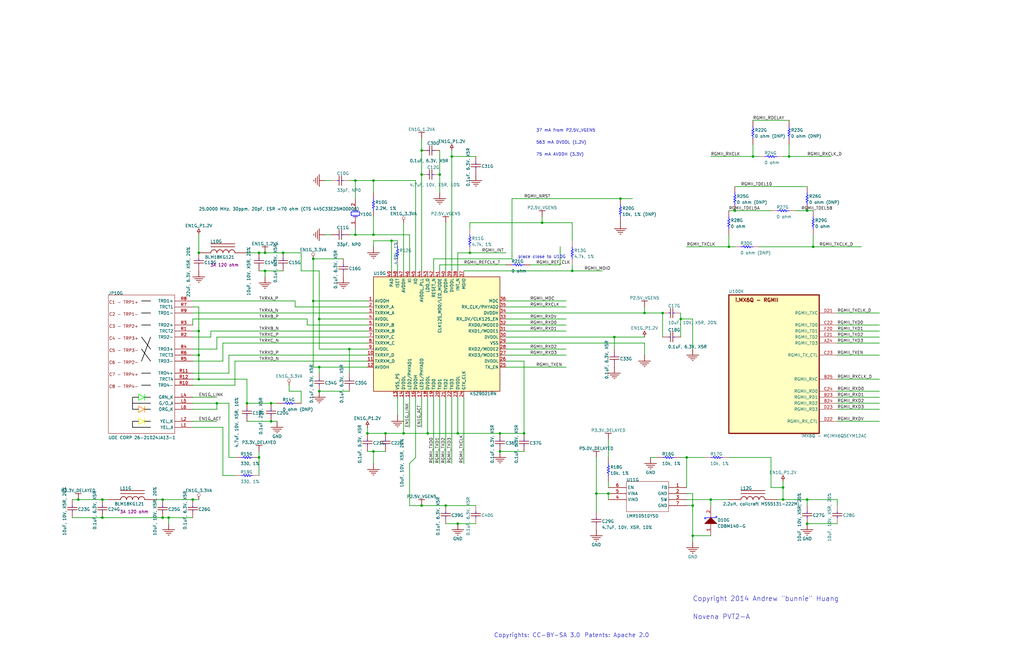
<source format=kicad_sch>
(kicad_sch (version 20230121) (generator eeschema)
  (paper "B")
  (junction (at 83.82 149.86))
  (junction (at 81.28 210.82))
  (junction (at 317.5 66.04))
  (junction (at 292.1 213.36))
  (junction (at 289.56 193.04))
  (junction (at 342.9 104.14))
  (junction (at 157.48 190.5))
  (junction (at 68.58 218.44))
  (junction (at 190.5 66.04))
  (junction (at 114.3 177.8))
  (junction (at 104.14 170.18))
  (junction (at 177.8 213.36))
  (junction (at 259.08 142.24))
  (junction (at 154.94 182.88))
  (junction (at 332.74 66.04))
  (junction (at 340.36 210.82))
  (junction (at 330.2 210.82))
  (junction (at 292.1 226.06))
  (junction (at 180.34 182.88))
  (junction (at 134.62 154.94))
  (junction (at 91.44 170.18))
  (junction (at 187.96 213.36))
  (junction (at 287.02 134.62))
  (junction (at 261.62 83.82))
  (junction (at 299.72 210.82))
  (junction (at 134.62 134.62))
  (junction (at 71.12 218.44))
  (junction (at 340.36 220.98))
  (junction (at 251.46 208.28))
  (junction (at 307.34 104.14))
  (junction (at 165.1 101.6))
  (junction (at 228.6 93.98))
  (junction (at 330.2 205.74))
  (junction (at 309.88 88.9))
  (junction (at 149.86 99.06))
  (junction (at 119.38 106.68))
  (junction (at 111.76 114.3))
  (junction (at 68.58 210.82))
  (junction (at 109.22 106.68))
  (junction (at 177.8 73.66))
  (junction (at 198.12 106.68))
  (junction (at 134.62 165.1))
  (junction (at 114.3 170.18))
  (junction (at 170.18 182.88))
  (junction (at 111.76 106.68))
  (junction (at 33.02 210.82))
  (junction (at 210.82 190.5))
  (junction (at 147.32 147.32))
  (junction (at 193.04 220.98))
  (junction (at 83.82 160.02))
  (junction (at 177.8 63.5))
  (junction (at 193.04 182.88))
  (junction (at 220.98 182.88))
  (junction (at 340.36 88.9))
  (junction (at 132.08 127))
  (junction (at 241.3 114.3))
  (junction (at 157.48 99.06))
  (junction (at 256.54 208.28))
  (junction (at 162.56 182.88))
  (junction (at 185.42 73.66))
  (junction (at 210.82 182.88))
  (junction (at 43.18 210.82))
  (junction (at 132.08 109.22))
  (junction (at 279.4 132.08))
  (junction (at 83.82 139.7))
  (junction (at 43.18 218.44))
  (junction (at 157.48 76.2))
  (junction (at 149.86 76.2))
  (junction (at 83.82 106.68))
  (junction (at 271.78 132.08))
  (junction (at 109.22 193.04))
  (wire (pts (xy 154.94 190.5) (xy 157.48 190.5)) (stroke (width 0.254)))
  (wire (pts (xy 213.36 144.78) (xy 271.78 144.78)) (stroke (width 0.254)))
  (wire (pts (xy 228.6 93.98) (xy 228.6 91.44)) (stroke (width 0.254)))
  (wire (pts (xy 287.02 134.62) (xy 292.1 134.62)) (stroke (width 0.254)))
  (wire (pts (xy 127 165.1) (xy 127 170.18)) (stroke (width 0.254)))
  (wire (pts (xy 147.32 157.48) (xy 147.32 147.32)) (stroke (width 0.254)))
  (wire (pts (xy 147.32 99.06) (xy 149.86 99.06)) (stroke (width 0.254)))
  (wire (pts (xy 83.82 139.7) (xy 83.82 149.86)) (stroke (width 0.254)))
  (wire (pts (xy 111.76 106.68) (xy 109.22 106.68)) (stroke (width 0.254)))
  (wire (pts (xy 220.98 182.88) (xy 220.98 152.4)) (stroke (width 0.254)))
  (wire (pts (xy 185.42 73.66) (xy 185.42 63.5)) (stroke (width 0.254)))
  (wire (pts (xy 292.1 213.36) (xy 292.1 208.28)) (stroke (width 0.254)))
  (wire (pts (xy 134.62 154.94) (xy 132.08 154.94)) (stroke (width 0.254)))
  (wire (pts (xy 81.28 167.64) (xy 91.44 167.64)) (stroke (width 0.254)))
  (wire (pts (xy 124.46 127) (xy 124.46 129.54)) (stroke (width 0.254)))
  (wire (pts (xy 370.84 177.8) (xy 353.06 177.8)) (stroke (width 0.254)))
  (wire (pts (xy 81.28 134.62) (xy 129.54 134.62)) (stroke (width 0.254)))
  (wire (pts (xy 121.92 162.56) (xy 121.92 165.1)) (stroke (width 0.254)))
  (wire (pts (xy 91.44 170.18) (xy 96.52 170.18)) (stroke (width 0.254)))
  (wire (pts (xy 259.08 142.24) (xy 271.78 142.24)) (stroke (width 0.254)))
  (wire (pts (xy 93.98 200.66) (xy 99.06 200.66)) (stroke (width 0.254)))
  (wire (pts (xy 83.82 99.06) (xy 83.82 106.68)) (stroke (width 0.254)))
  (wire (pts (xy 215.9 109.22) (xy 215.9 83.82)) (stroke (width 0.254)))
  (wire (pts (xy 66.04 210.82) (xy 68.58 210.82)) (stroke (width 0.254)))
  (wire (pts (xy 129.54 137.16) (xy 154.94 137.16)) (stroke (width 0.254)))
  (wire (pts (xy 157.48 101.6) (xy 165.1 101.6)) (stroke (width 0.254)))
  (wire (pts (xy 289.56 193.04) (xy 297.18 193.04)) (stroke (width 0.254)))
  (wire (pts (xy 251.46 208.28) (xy 251.46 215.9)) (stroke (width 0.254)))
  (wire (pts (xy 134.62 147.32) (xy 134.62 134.62)) (stroke (width 0.254)))
  (wire (pts (xy 182.88 114.3) (xy 182.88 109.22)) (stroke (width 0.254)))
  (wire (pts (xy 213.36 142.24) (xy 259.08 142.24)) (stroke (width 0.254)))
  (wire (pts (xy 154.94 127) (xy 132.08 127)) (stroke (width 0.254)))
  (wire (pts (xy 330.2 210.82) (xy 327.66 210.82)) (stroke (width 0.254)))
  (wire (pts (xy 157.48 190.5) (xy 162.56 190.5)) (stroke (width 0.254)))
  (wire (pts (xy 81.28 170.18) (xy 91.44 170.18)) (stroke (width 0.254)))
  (wire (pts (xy 307.34 193.04) (xy 325.12 193.04)) (stroke (width 0.254)))
  (wire (pts (xy 292.1 134.62) (xy 292.1 147.32)) (stroke (width 0.254)))
  (wire (pts (xy 370.84 160.02) (xy 353.06 160.02)) (stroke (width 0.254)))
  (wire (pts (xy 340.36 213.36) (xy 340.36 210.82)) (stroke (width 0.254)))
  (wire (pts (xy 223.52 111.76) (xy 236.22 111.76)) (stroke (width 0.254)))
  (wire (pts (xy 340.36 88.9) (xy 342.9 88.9)) (stroke (width 0.254)))
  (wire (pts (xy 96.52 170.18) (xy 96.52 193.04)) (stroke (width 0.254)))
  (wire (pts (xy 99.06 162.56) (xy 99.06 152.4)) (stroke (width 0.254)))
  (wire (pts (xy 83.82 149.86) (xy 83.82 160.02)) (stroke (width 0.254)))
  (wire (pts (xy 154.94 182.88) (xy 162.56 182.88)) (stroke (width 0.254)))
  (wire (pts (xy 292.1 208.28) (xy 289.56 208.28)) (stroke (width 0.254)))
  (wire (pts (xy 149.86 99.06) (xy 157.48 99.06)) (stroke (width 0.254)))
  (wire (pts (xy 157.48 104.14) (xy 157.48 101.6)) (stroke (width 0.254)))
  (wire (pts (xy 256.54 210.82) (xy 256.54 208.28)) (stroke (width 0.254)))
  (wire (pts (xy 154.94 139.7) (xy 88.9 139.7)) (stroke (width 0.254)))
  (wire (pts (xy 261.62 83.82) (xy 266.7 83.82)) (stroke (width 0.254)))
  (wire (pts (xy 119.38 106.68) (xy 111.76 106.68)) (stroke (width 0.254)))
  (wire (pts (xy 172.72 213.36) (xy 177.8 213.36)) (stroke (width 0.254)))
  (wire (pts (xy 154.94 134.62) (xy 134.62 134.62)) (stroke (width 0.254)))
  (wire (pts (xy 190.5 114.3) (xy 190.5 66.04)) (stroke (width 0.254)))
  (wire (pts (xy 134.62 157.48) (xy 134.62 154.94)) (stroke (width 0.254)))
  (wire (pts (xy 353.06 144.78) (xy 370.84 144.78)) (stroke (width 0.254)))
  (wire (pts (xy 170.18 182.88) (xy 180.34 182.88)) (stroke (width 0.254)))
  (wire (pts (xy 154.94 154.94) (xy 134.62 154.94)) (stroke (width 0.254)))
  (wire (pts (xy 134.62 165.1) (xy 147.32 165.1)) (stroke (width 0.254)))
  (wire (pts (xy 83.82 129.54) (xy 83.82 139.7)) (stroke (width 0.254)))
  (wire (pts (xy 149.86 83.82) (xy 149.86 76.2)) (stroke (width 0.254)))
  (wire (pts (xy 238.76 134.62) (xy 213.36 134.62)) (stroke (width 0.254)))
  (wire (pts (xy 353.06 149.86) (xy 370.84 149.86)) (stroke (width 0.254)))
  (wire (pts (xy 157.48 81.28) (xy 157.48 76.2)) (stroke (width 0.254)))
  (wire (pts (xy 81.28 129.54) (xy 83.82 129.54)) (stroke (width 0.254)))
  (wire (pts (xy 213.36 132.08) (xy 271.78 132.08)) (stroke (width 0.254)))
  (wire (pts (xy 200.66 220.98) (xy 193.04 220.98)) (stroke (width 0.254)))
  (wire (pts (xy 193.04 106.68) (xy 198.12 106.68)) (stroke (width 0.254)))
  (wire (pts (xy 195.58 114.3) (xy 241.3 114.3)) (stroke (width 0.254)))
  (wire (pts (xy 165.1 101.6) (xy 167.64 101.6)) (stroke (width 0.254)))
  (wire (pts (xy 81.28 152.4) (xy 93.98 152.4)) (stroke (width 0.254)))
  (wire (pts (xy 71.12 218.44) (xy 81.28 218.44)) (stroke (width 0.254)))
  (wire (pts (xy 241.3 111.76) (xy 241.3 114.3)) (stroke (width 0.254)))
  (wire (pts (xy 185.42 167.64) (xy 185.42 195.58)) (stroke (width 0.254)))
  (wire (pts (xy 335.28 88.9) (xy 340.36 88.9)) (stroke (width 0.254)))
  (wire (pts (xy 83.82 160.02) (xy 81.28 160.02)) (stroke (width 0.254)))
  (wire (pts (xy 177.8 73.66) (xy 177.8 114.3)) (stroke (width 0.254)))
  (wire (pts (xy 193.04 220.98) (xy 187.96 220.98)) (stroke (width 0.254)))
  (wire (pts (xy 81.28 137.16) (xy 81.28 134.62)) (stroke (width 0.254)))
  (wire (pts (xy 157.48 76.2) (xy 175.26 76.2)) (stroke (width 0.254)))
  (wire (pts (xy 353.06 132.08) (xy 370.84 132.08)) (stroke (width 0.254)))
  (wire (pts (xy 109.22 106.68) (xy 104.14 106.68)) (stroke (width 0.254)))
  (wire (pts (xy 307.34 99.06) (xy 307.34 104.14)) (stroke (width 0.254)))
  (wire (pts (xy 309.88 78.74) (xy 340.36 78.74)) (stroke (width 0.254)))
  (wire (pts (xy 175.26 193.04) (xy 172.72 195.58)) (stroke (width 0.254)))
  (wire (pts (xy 353.06 210.82) (xy 353.06 213.36)) (stroke (width 0.254)))
  (wire (pts (xy 177.8 58.42) (xy 177.8 63.5)) (stroke (width 0.254)))
  (wire (pts (xy 93.98 152.4) (xy 93.98 144.78)) (stroke (width 0.254)))
  (wire (pts (xy 236.22 111.76) (xy 236.22 104.14)) (stroke (width 0.254)))
  (wire (pts (xy 241.3 114.3) (xy 254 114.3)) (stroke (width 0.254)))
  (wire (pts (xy 109.22 200.66) (xy 109.22 193.04)) (stroke (width 0.254)))
  (wire (pts (xy 238.76 149.86) (xy 213.36 149.86)) (stroke (width 0.254)))
  (wire (pts (xy 190.5 167.64) (xy 190.5 195.58)) (stroke (width 0.254)))
  (wire (pts (xy 177.8 63.5) (xy 177.8 73.66)) (stroke (width 0.254)))
  (wire (pts (xy 154.94 142.24) (xy 91.44 142.24)) (stroke (width 0.254)))
  (wire (pts (xy 154.94 149.86) (xy 96.52 149.86)) (stroke (width 0.254)))
  (wire (pts (xy 353.06 139.7) (xy 370.84 139.7)) (stroke (width 0.254)))
  (wire (pts (xy 330.2 205.74) (xy 330.2 210.82)) (stroke (width 0.254)))
  (wire (pts (xy 167.64 167.64) (xy 167.64 175.26)) (stroke (width 0.254)))
  (wire (pts (xy 271.78 132.08) (xy 271.78 129.54)) (stroke (width 0.254)))
  (wire (pts (xy 317.5 60.96) (xy 317.5 66.04)) (stroke (width 0.254)))
  (wire (pts (xy 330.2 66.04) (xy 332.74 66.04)) (stroke (width 0.254)))
  (wire (pts (xy 307.34 104.14) (xy 289.56 104.14)) (stroke (width 0.254)))
  (wire (pts (xy 274.32 193.04) (xy 276.86 193.04)) (stroke (width 0.254)))
  (wire (pts (xy 104.14 170.18) (xy 104.14 160.02)) (stroke (width 0.254)))
  (wire (pts (xy 170.18 114.3) (xy 170.18 93.98)) (stroke (width 0.254)))
  (wire (pts (xy 198.12 106.68) (xy 213.36 106.68)) (stroke (width 0.254)))
  (wire (pts (xy 157.48 99.06) (xy 157.48 91.44)) (stroke (width 0.254)))
  (wire (pts (xy 132.08 109.22) (xy 144.78 109.22)) (stroke (width 0.254)))
  (wire (pts (xy 307.34 210.82) (xy 299.72 210.82)) (stroke (width 0.254)))
  (wire (pts (xy 213.36 154.94) (xy 238.76 154.94)) (stroke (width 0.254)))
  (wire (pts (xy 289.56 205.74) (xy 289.56 193.04)) (stroke (width 0.254)))
  (wire (pts (xy 182.88 167.64) (xy 182.88 195.58)) (stroke (width 0.254)))
  (wire (pts (xy 213.36 129.54) (xy 238.76 129.54)) (stroke (width 0.254)))
  (wire (pts (xy 259.08 147.32) (xy 259.08 142.24)) (stroke (width 0.254)))
  (wire (pts (xy 139.7 99.06) (xy 137.16 99.06)) (stroke (width 0.254)))
  (wire (pts (xy 175.26 76.2) (xy 175.26 114.3)) (stroke (width 0.254)))
  (wire (pts (xy 167.64 111.76) (xy 167.64 114.3)) (stroke (width 0.254)))
  (wire (pts (xy 193.04 182.88) (xy 210.82 182.88)) (stroke (width 0.254)))
  (wire (pts (xy 88.9 139.7) (xy 88.9 142.24)) (stroke (width 0.254)))
  (wire (pts (xy 220.98 152.4) (xy 213.36 152.4)) (stroke (width 0.254)))
  (wire (pts (xy 279.4 132.08) (xy 279.4 142.24)) (stroke (width 0.254)))
  (wire (pts (xy 193.04 114.3) (xy 193.04 106.68)) (stroke (width 0.254)))
  (wire (pts (xy 175.26 167.64) (xy 175.26 193.04)) (stroke (width 0.254)))
  (wire (pts (xy 33.02 210.82) (xy 30.48 210.82)) (stroke (width 0.254)))
  (wire (pts (xy 165.1 114.3) (xy 165.1 101.6)) (stroke (width 0.254)))
  (wire (pts (xy 162.56 182.88) (xy 170.18 182.88)) (stroke (width 0.254)))
  (wire (pts (xy 83.82 210.82) (xy 81.28 210.82)) (stroke (width 0.254)))
  (wire (pts (xy 370.84 172.72) (xy 353.06 172.72)) (stroke (width 0.254)))
  (wire (pts (xy 332.74 60.96) (xy 332.74 66.04)) (stroke (width 0.254)))
  (wire (pts (xy 299.72 66.04) (xy 317.5 66.04)) (stroke (width 0.254)))
  (wire (pts (xy 187.96 167.64) (xy 187.96 195.58)) (stroke (width 0.254)))
  (wire (pts (xy 121.92 165.1) (xy 127 165.1)) (stroke (width 0.254)))
  (wire (pts (xy 340.36 210.82) (xy 353.06 210.82)) (stroke (width 0.254)))
  (wire (pts (xy 91.44 147.32) (xy 81.28 147.32)) (stroke (width 0.254)))
  (wire (pts (xy 96.52 193.04) (xy 99.06 193.04)) (stroke (width 0.254)))
  (wire (pts (xy 180.34 167.64) (xy 180.34 182.88)) (stroke (width 0.254)))
  (wire (pts (xy 81.28 177.8) (xy 91.44 177.8)) (stroke (width 0.254)))
  (wire (pts (xy 134.62 114.3) (xy 127 114.3)) (stroke (width 0.254)))
  (wire (pts (xy 124.46 129.54) (xy 154.94 129.54)) (stroke (width 0.254)))
  (wire (pts (xy 172.72 99.06) (xy 172.72 114.3)) (stroke (width 0.254)))
  (wire (pts (xy 317.5 66.04) (xy 320.04 66.04)) (stroke (width 0.254)))
  (wire (pts (xy 81.28 180.34) (xy 93.98 180.34)) (stroke (width 0.254)))
  (wire (pts (xy 299.72 226.06) (xy 292.1 226.06)) (stroke (width 0.254)))
  (wire (pts (xy 210.82 182.88) (xy 220.98 182.88)) (stroke (width 0.254)))
  (wire (pts (xy 292.1 226.06) (xy 292.1 213.36)) (stroke (width 0.254)))
  (wire (pts (xy 81.28 162.56) (xy 99.06 162.56)) (stroke (width 0.254)))
  (wire (pts (xy 81.28 172.72) (xy 91.44 172.72)) (stroke (width 0.254)))
  (wire (pts (xy 111.76 116.84) (xy 111.76 114.3)) (stroke (width 0.254)))
  (wire (pts (xy 154.94 180.34) (xy 154.94 182.88)) (stroke (width 0.254)))
  (wire (pts (xy 256.54 205.74) (xy 256.54 203.2)) (stroke (width 0.254)))
  (wire (pts (xy 193.04 167.64) (xy 193.04 182.88)) (stroke (width 0.254)))
  (wire (pts (xy 180.34 182.88) (xy 193.04 182.88)) (stroke (width 0.254)))
  (wire (pts (xy 96.52 157.48) (xy 81.28 157.48)) (stroke (width 0.254)))
  (wire (pts (xy 342.9 104.14) (xy 363.22 104.14)) (stroke (width 0.254)))
  (wire (pts (xy 132.08 154.94) (xy 132.08 127)) (stroke (width 0.254)))
  (wire (pts (xy 195.58 167.64) (xy 195.58 195.58)) (stroke (width 0.254)))
  (wire (pts (xy 68.58 210.82) (xy 81.28 210.82)) (stroke (width 0.254)))
  (wire (pts (xy 81.28 127) (xy 124.46 127)) (stroke (width 0.254)))
  (wire (pts (xy 119.38 114.3) (xy 111.76 114.3)) (stroke (width 0.254)))
  (wire (pts (xy 299.72 213.36) (xy 299.72 210.82)) (stroke (width 0.254)))
  (wire (pts (xy 330.2 210.82) (xy 340.36 210.82)) (stroke (width 0.254)))
  (wire (pts (xy 154.94 132.08) (xy 81.28 132.08)) (stroke (width 0.254)))
  (wire (pts (xy 287.02 142.24) (xy 287.02 134.62)) (stroke (width 0.254)))
  (wire (pts (xy 325.12 205.74) (xy 330.2 205.74)) (stroke (width 0.254)))
  (wire (pts (xy 309.88 104.14) (xy 307.34 104.14)) (stroke (width 0.254)))
  (wire (pts (xy 154.94 147.32) (xy 147.32 147.32)) (stroke (width 0.254)))
  (wire (pts (xy 177.8 213.36) (xy 187.96 213.36)) (stroke (width 0.254)))
  (wire (pts (xy 132.08 127) (xy 132.08 109.22)) (stroke (width 0.254)))
  (wire (pts (xy 157.48 99.06) (xy 172.72 99.06)) (stroke (width 0.254)))
  (wire (pts (xy 93.98 144.78) (xy 154.94 144.78)) (stroke (width 0.254)))
  (wire (pts (xy 68.58 218.44) (xy 71.12 218.44)) (stroke (width 0.254)))
  (wire (pts (xy 71.12 218.44) (xy 71.12 220.98)) (stroke (width 0.254)))
  (wire (pts (xy 127 114.3) (xy 127 106.68)) (stroke (width 0.254)))
  (wire (pts (xy 238.76 139.7) (xy 213.36 139.7)) (stroke (width 0.254)))
  (wire (pts (xy 187.96 114.3) (xy 187.96 93.98)) (stroke (width 0.254)))
  (wire (pts (xy 172.72 167.64) (xy 172.72 180.34)) (stroke (width 0.254)))
  (wire (pts (xy 109.22 193.04) (xy 109.22 190.5)) (stroke (width 0.254)))
  (wire (pts (xy 172.72 195.58) (xy 172.72 213.36)) (stroke (width 0.254)))
  (wire (pts (xy 292.1 228.6) (xy 292.1 226.06)) (stroke (width 0.254)))
  (wire (pts (xy 104.14 170.18) (xy 114.3 170.18)) (stroke (width 0.254)))
  (wire (pts (xy 325.12 193.04) (xy 325.12 205.74)) (stroke (width 0.254)))
  (wire (pts (xy 111.76 114.3) (xy 109.22 114.3)) (stroke (width 0.254)))
  (wire (pts (xy 177.8 180.34) (xy 177.8 167.64)) (stroke (width 0.254)))
  (wire (pts (xy 256.54 193.04) (xy 256.54 185.42)) (stroke (width 0.254)))
  (wire (pts (xy 182.88 109.22) (xy 215.9 109.22)) (stroke (width 0.254)))
  (wire (pts (xy 104.14 160.02) (xy 83.82 160.02)) (stroke (width 0.254)))
  (wire (pts (xy 134.62 134.62) (xy 134.62 114.3)) (stroke (width 0.254)))
  (wire (pts (xy 200.66 66.04) (xy 190.5 66.04)) (stroke (width 0.254)))
  (wire (pts (xy 91.44 142.24) (xy 91.44 147.32)) (stroke (width 0.254)))
  (wire (pts (xy 43.18 218.44) (xy 68.58 218.44)) (stroke (width 0.254)))
  (wire (pts (xy 332.74 66.04) (xy 350.52 66.04)) (stroke (width 0.254)))
  (wire (pts (xy 198.12 93.98) (xy 228.6 93.98)) (stroke (width 0.254)))
  (wire (pts (xy 342.9 99.06) (xy 342.9 104.14)) (stroke (width 0.254)))
  (wire (pts (xy 81.28 139.7) (xy 83.82 139.7)) (stroke (width 0.254)))
  (wire (pts (xy 215.9 83.82) (xy 261.62 83.82)) (stroke (width 0.254)))
  (wire (pts (xy 170.18 167.64) (xy 170.18 182.88)) (stroke (width 0.254)))
  (wire (pts (xy 81.28 149.86) (xy 83.82 149.86)) (stroke (width 0.254)))
  (wire (pts (xy 198.12 96.52) (xy 198.12 93.98)) (stroke (width 0.254)))
  (wire (pts (xy 287.02 134.62) (xy 287.02 132.08)) (stroke (width 0.254)))
  (wire (pts (xy 210.82 190.5) (xy 220.98 190.5)) (stroke (width 0.254)))
  (wire (pts (xy 190.5 66.04) (xy 190.5 63.5)) (stroke (width 0.254)))
  (wire (pts (xy 256.54 208.28) (xy 251.46 208.28)) (stroke (width 0.254)))
  (wire (pts (xy 96.52 149.86) (xy 96.52 157.48)) (stroke (width 0.254)))
  (wire (pts (xy 289.56 213.36) (xy 292.1 213.36)) (stroke (width 0.254)))
  (wire (pts (xy 43.18 210.82) (xy 33.02 210.82)) (stroke (width 0.254)))
  (wire (pts (xy 147.32 76.2) (xy 149.86 76.2)) (stroke (width 0.254)))
  (wire (pts (xy 228.6 93.98) (xy 241.3 93.98)) (stroke (width 0.254)))
  (wire (pts (xy 325.12 88.9) (xy 309.88 88.9)) (stroke (width 0.254)))
  (wire (pts (xy 149.86 76.2) (xy 157.48 76.2)) (stroke (width 0.254)))
  (wire (pts (xy 340.36 220.98) (xy 353.06 220.98)) (stroke (width 0.254)))
  (wire (pts (xy 271.78 132.08) (xy 279.4 132.08)) (stroke (width 0.254)))
  (wire (pts (xy 213.36 147.32) (xy 238.76 147.32)) (stroke (width 0.254)))
  (wire (pts (xy 185.42 81.28) (xy 185.42 73.66)) (stroke (width 0.254)))
  (wire (pts (xy 271.78 144.78) (xy 271.78 149.86)) (stroke (width 0.254)))
  (wire (pts (xy 241.3 93.98) (xy 241.3 101.6)) (stroke (width 0.254)))
  (wire (pts (xy 330.2 203.2) (xy 330.2 205.74)) (stroke (width 0.254)))
  (wire (pts (xy 320.04 104.14) (xy 342.9 104.14)) (stroke (width 0.254)))
  (wire (pts (xy 88.9 142.24) (xy 81.28 142.24)) (stroke (width 0.254)))
  (wire (pts (xy 353.06 142.24) (xy 370.84 142.24)) (stroke (width 0.254)))
  (wire (pts (xy 299.72 210.82) (xy 289.56 210.82)) (stroke (width 0.254)))
  (wire (pts (xy 289.56 193.04) (xy 287.02 193.04)) (stroke (width 0.254)))
  (wire (pts (xy 127 106.68) (xy 119.38 106.68)) (stroke (width 0.254)))
  (wire (pts (xy 185.42 111.76) (xy 213.36 111.76)) (stroke (width 0.254)))
  (wire (pts (xy 104.14 177.8) (xy 114.3 177.8)) (stroke (width 0.254)))
  (wire (pts (xy 139.7 76.2) (xy 137.16 76.2)) (stroke (width 0.254)))
  (wire (pts (xy 91.44 172.72) (xy 91.44 170.18)) (stroke (width 0.254)))
  (wire (pts (xy 370.84 165.1) (xy 353.06 165.1)) (stroke (width 0.254)))
  (wire (pts (xy 30.48 218.44) (xy 43.18 218.44)) (stroke (width 0.254)))
  (wire (pts (xy 213.36 127) (xy 238.76 127)) (stroke (width 0.254)))
  (wire (pts (xy 187.96 213.36) (xy 200.66 213.36)) (stroke (width 0.254)))
  (wire (pts (xy 149.86 99.06) (xy 149.86 96.52)) (stroke (width 0.254)))
  (wire (pts (xy 99.06 152.4) (xy 154.94 152.4)) (stroke (width 0.254)))
  (wire (pts (xy 93.98 180.34) (xy 93.98 200.66)) (stroke (width 0.254)))
  (wire (pts (xy 251.46 208.28) (xy 251.46 193.04)) (stroke (width 0.254)))
  (wire (pts (xy 353.06 137.16) (xy 370.84 137.16)) (stroke (width 0.254)))
  (wire (pts (xy 213.36 137.16) (xy 238.76 137.16)) (stroke (width 0.254)))
  (wire (pts (xy 185.42 114.3) (xy 185.42 111.76)) (stroke (width 0.254)))
  (wire (pts (xy 114.3 177.8) (xy 116.84 177.8)) (stroke (width 0.254)))
  (wire (pts (xy 309.88 88.9) (xy 307.34 88.9)) (stroke (width 0.254)))
  (wire (pts (xy 370.84 167.64) (xy 353.06 167.64)) (stroke (width 0.254)))
  (wire (pts (xy 370.84 170.18) (xy 353.06 170.18)) (stroke (width 0.254)))
  (wire (pts (xy 147.32 147.32) (xy 134.62 147.32)) (stroke (width 0.254)))
  (wire (pts (xy 114.3 170.18) (xy 116.84 170.18)) (stroke (width 0.254)))
  (wire (pts (xy 45.72 210.82) (xy 43.18 210.82)) (stroke (width 0.254)))
  (wire (pts (xy 317.5 50.8) (xy 332.74 50.8)) (stroke (width 0.254)))
  (wire (pts (xy 157.48 195.58) (xy 157.48 190.5)) (stroke (width 0.254)))
  (wire (pts (xy 129.54 134.62) (xy 129.54 137.16)) (stroke (width 0.254)))
  (text "Novena PVT2-A" (at 292.1 261.62 0) (effects (font (size 2.032 2.032)) (justify left bottom)))
  (text "Copyrights: CC-BY-SA 3.0" (at 208.28 269.24 0) (effects (font (size 1.778 1.778)) (justify left bottom)))
  (text "563 mA DVDDL (1.2V)" (at 226.06 60.96 0) (effects (font (size 1.27 1.27)) (justify left bottom)))
  (text "place close to U10G" (at 218.44 109.22 0) (effects (font (size 1.27 1.27)) (justify left bottom)))
  (text "37 mA from P2.5V_VGEN5" (at 226.06 55.88 0) (effects (font (size 1.27 1.27)) (justify left bottom)))
  (text "Copyright 2014 Andrew \"bunnie\" Huang" (at 292.1 254 0) (effects (font (size 2.032 2.032)) (justify left bottom)))
  (text "Patents: Apache 2.0" (at 246.38 269.24 0) (effects (font (size 1.778 1.778)) (justify left bottom)))
  (text "75 mA AVDDH (3.3V)" (at 226.06 66.04 0) (effects (font (size 1.27 1.27)) (justify left bottom)))
  (label "EN1G_ACT" (at 177.8 180.34 90))
  (label "RGMII_TXD1" (at 353.06 139.7 0))
  (label "TXRXC_P" (at 109.22 142.24 0))
  (label "TXRXB_P" (at 109.22 134.62 0))
  (label "RGMII_RXD0" (at 223.52 137.16 0))
  (label "RGMII_TXD0" (at 182.88 195.58 90))
  (label "RGMII_TXD1" (at 185.42 195.58 90))
  (label "RGMII_RXD0" (at 353.06 165.1 0))
  (label "RGMII_MDC" (at 223.52 127 0))
  (label "TXRXC_N" (at 109.22 144.78 0))
  (label "RGMII_RXCLK_D" (at 340.36 66.04 0))
  (label "EN1G_ACT" (at 83.82 177.8 0))
  (label "RGMII_TXD2" (at 187.96 195.58 90))
  (label "RGMII_NRST" (at 220.98 83.82 0))
  (label "RGMII_TXCLK" (at 195.58 195.58 90))
  (label "RGMII_RXCLK_D" (at 353.06 160.02 0))
  (label "RGMII_TXD2" (at 353.06 142.24 0))
  (label "RGMII_TXEN" (at 353.06 149.86 0))
  (label "EN1G_LINK" (at 172.72 180.34 90))
  (label "RGMII_TXCLK_D" (at 345.44 104.14 0))
  (label "RGMII_REF_CLK" (at 226.06 111.76 0))
  (label "RGMII_TXCLK_D" (at 353.06 132.08 0))
  (label "RGMII_RXD1" (at 223.52 139.7 0))
  (label "RGMII_RDELAY" (at 317.5 50.8 0))
  (label "RGMII_TXD3" (at 190.5 195.58 90))
  (label "RGMII_RXD1" (at 353.06 167.64 0))
  (label "RGMII_RXCLK" (at 299.72 66.04 0))
  (label "EN1G_LINK" (at 83.82 167.64 0))
  (label "RGMII_RXCLK" (at 223.52 129.54 0))
  (label "RGMII_TXD3" (at 353.06 144.78 0))
  (label "TXRXA_P" (at 109.22 127 0))
  (label "TXRXD_N" (at 109.22 152.4 0))
  (label "RGMII_RXD2" (at 223.52 147.32 0))
  (label "RGMII_RXDV" (at 223.52 134.62 0))
  (label "RGMII_RXDV" (at 353.06 177.8 0))
  (label "RGMII_RXD2" (at 353.06 170.18 0))
  (label "RGMII_TDEL10" (at 312.42 78.74 0))
  (label "RGMII_TDEL5B" (at 337.82 88.9 0))
  (label "TXRXB_N" (at 109.22 139.7 0))
  (label "RGMII_TXCLK" (at 289.56 104.14 0))
  (label "RGMII_MDIO" (at 246.38 114.3 0))
  (label "RGMII_TXEN" (at 226.06 154.94 0))
  (label "RGMII_INT" (at 203.2 106.68 0))
  (label "RGMII_TDEL5A" (at 307.34 88.9 0))
  (label "TXRXD_P" (at 109.22 149.86 0))
  (label "TXRXA_N" (at 109.22 132.08 0))
  (label "RGMII_TXD0" (at 353.06 137.16 0))
  (label "RGMII_RXD3" (at 353.06 172.72 0))
  (label "RGMII_REFCLK_T" (at 195.58 111.76 0))
  (label "RGMII_RXD3" (at 223.52 149.86 0))
  (symbol (lib_id "novena_pvt2_KiCAD-altium-import:11ethernetGbit_1_Res1") (at 165.1 109.22 0) (unit 1)
    (property "Reference" "R12G" (at 168.402 106.426 0) (effects (justify left bottom)))
    (property "Value" "4.99k, 1%" (at 167.64 111.76 90) (effects (justify left bottom)))
    (property "Footprint" "RESC1005N" (effects hide))
    (property "PUBLISHED" "8-Jun-2000" (effects hide))
    (property "LATESTREVISIONDATE" "17-Jul-2002" (effects hide))
    (property "LATESTREVISIONNOTE" "Re-released for DXP Platform." (effects hide))
    (property "PACKAGEREFERENCE" "AXIAL-0.3" (effects hide))
    (property "PUBLISHER" "Altium Limited" (effects hide))
    (property "ALTIUM_VALUE" "100k" (effects hide))
  )
  (symbol (lib_id "novena_pvt2_KiCAD-altium-import:GND") (at 71.12 220.98 0) (unit 1)
    (property "Reference" "#PWR?" (effects hide))
    (property "Value" "GND" (effects hide))
  )
  (symbol (lib_id "novena_pvt2_KiCAD-altium-import:11ethernetGbit_1_Res1") (at 195.58 104.14 0) (unit 1)
    (property "Reference" "R11G" (at 198.882 101.346 0) (effects (justify left bottom)))
    (property "Value" "4.7k, 1%" (at 198.882 103.886 0) (effects (justify left bottom)))
    (property "Footprint" "RESC1005N" (effects hide))
    (property "PUBLISHED" "8-Jun-2000" (effects hide))
    (property "LATESTREVISIONDATE" "17-Jul-2002" (effects hide))
    (property "LATESTREVISIONNOTE" "Re-released for DXP Platform." (effects hide))
    (property "PACKAGEREFERENCE" "AXIAL-0.3" (effects hide))
    (property "PUBLISHER" "Altium Limited" (effects hide))
    (property "ALTIUM_VALUE" "100k" (effects hide))
  )
  (symbol (lib_id "novena_pvt2_KiCAD-altium-import:11ethernetGbit_1_Res1") (at 330.2 58.42 0) (unit 1)
    (property "Reference" "R23G" (at 333.502 55.626 0) (effects (justify left bottom)))
    (property "Value" "0 ohm (DNP)" (at 333.502 58.166 0) (effects (justify left bottom)))
    (property "Footprint" "RESC1005N" (effects hide))
    (property "PUBLISHED" "8-Jun-2000" (effects hide))
    (property "LATESTREVISIONDATE" "17-Jul-2002" (effects hide))
    (property "LATESTREVISIONNOTE" "Re-released for DXP Platform." (effects hide))
    (property "PACKAGEREFERENCE" "AXIAL-0.3" (effects hide))
    (property "PUBLISHER" "Altium Limited" (effects hide))
    (property "ALTIUM_VALUE" "100k" (effects hide))
  )
  (symbol (lib_id "novena_pvt2_KiCAD-altium-import:11ethernetGbit_3_Cap Semi") (at 147.32 111.76 0) (unit 1)
    (property "Reference" "C16G" (at 147.066 114.046 0) (effects (justify left bottom)))
    (property "Value" "0.1uF, 6.3V, X5R" (at 142.24 121.92 90) (effects (justify left bottom)))
    (property "Footprint" "CAPC0603N_B" (effects hide))
    (property "PUBLISHED" "8-Jun-2000" (effects hide))
    (property "LATESTREVISIONDATE" "17-Jul-2002" (effects hide))
    (property "LATESTREVISIONNOTE" "Re-released for DXP Platform." (effects hide))
    (property "PACKAGEREFERENCE" "C1206" (effects hide))
    (property "PUBLISHER" "Altium Limited" (effects hide))
  )
  (symbol (lib_id "novena_pvt2_KiCAD-altium-import:11ethernetGbit_0_Res1") (at 119.38 167.64 0) (unit 1)
    (property "Reference" "R14G" (at 119.126 169.418 0) (effects (justify left bottom)))
    (property "Value" "0 ohm (DNP)" (at 119.126 173.482 0) (effects (justify left bottom)))
    (property "Footprint" "RESC1005N" (effects hide))
    (property "PUBLISHED" "8-Jun-2000" (effects hide))
    (property "LATESTREVISIONDATE" "17-Jul-2002" (effects hide))
    (property "LATESTREVISIONNOTE" "Re-released for DXP Platform." (effects hide))
    (property "PACKAGEREFERENCE" "AXIAL-0.3" (effects hide))
    (property "PUBLISHER" "Altium Limited" (effects hide))
    (property "ALTIUM_VALUE" "100k" (effects hide))
  )
  (symbol (lib_id "novena_pvt2_KiCAD-altium-import:GND") (at 259.08 154.94 0) (unit 1)
    (property "Reference" "#PWR?" (effects hide))
    (property "Value" "GND" (effects hide))
  )
  (symbol (lib_id "novena_pvt2_KiCAD-altium-import:11ethernetGbit_1_D Schottky") (at 297.18 220.98 0) (unit 1)
    (property "Reference" "D10G" (at 302.514 220.218 0) (effects (justify left bottom)))
    (property "Value" "CDBM140-G" (at 302.514 222.758 0) (effects (justify left bottom)))
    (property "Footprint" "SOD123" (effects hide))
    (property "PUBLISHED" "8-Jun-2000" (effects hide))
    (property "PUBLISHER" "Altium Limited" (effects hide))
    (property "REVISION" "July-2002: Re-released for DXP Platform." (effects hide))
    (property "CODE - JEDEC" "DO-214-AA" (effects hide))
  )
  (symbol (lib_id "novena_pvt2_KiCAD-altium-import:11ethernetGbit_0_Cap Semi") (at 142.24 96.52 0) (unit 1)
    (property "Reference" "C11G" (at 141.986 96.774 0) (effects (justify left bottom)))
    (property "Value" "33pF, NP0" (at 141.986 103.886 0) (effects (justify left bottom)))
    (property "Footprint" "CAPC1005N" (effects hide))
    (property "PUBLISHED" "8-Jun-2000" (effects hide))
    (property "LATESTREVISIONDATE" "17-Jul-2002" (effects hide))
    (property "LATESTREVISIONNOTE" "Re-released for DXP Platform." (effects hide))
    (property "PACKAGEREFERENCE" "C1206" (effects hide))
    (property "PUBLISHER" "Altium Limited" (effects hide))
  )
  (symbol (lib_id "novena_pvt2_KiCAD-altium-import:11ethernetGbit_3_Cap Semi") (at 137.16 160.02 0) (unit 1)
    (property "Reference" "C34G" (at 136.906 162.306 0) (effects (justify left bottom)))
    (property "Value" "0.1uF, 6.3V, X5R" (at 132.08 170.18 90) (effects (justify left bottom)))
    (property "Footprint" "CAPC0603N_B" (effects hide))
    (property "PUBLISHED" "8-Jun-2000" (effects hide))
    (property "LATESTREVISIONDATE" "17-Jul-2002" (effects hide))
    (property "LATESTREVISIONNOTE" "Re-released for DXP Platform." (effects hide))
    (property "PACKAGEREFERENCE" "C1206" (effects hide))
    (property "PUBLISHER" "Altium Limited" (effects hide))
  )
  (symbol (lib_id "novena_pvt2_KiCAD-altium-import:11ethernetGbit_3_Cap Semi") (at 213.36 185.42 0) (unit 1)
    (property "Reference" "C36G" (at 213.106 187.706 0) (effects (justify left bottom)))
    (property "Value" "0.1uF, 6.3V, X5R" (at 208.28 195.58 90) (effects (justify left bottom)))
    (property "Footprint" "CAPC0603N_B" (effects hide))
    (property "PUBLISHED" "8-Jun-2000" (effects hide))
    (property "LATESTREVISIONDATE" "17-Jul-2002" (effects hide))
    (property "LATESTREVISIONNOTE" "Re-released for DXP Platform." (effects hide))
    (property "PACKAGEREFERENCE" "C1206" (effects hide))
    (property "PUBLISHER" "Altium Limited" (effects hide))
  )
  (symbol (lib_id "novena_pvt2_KiCAD-altium-import:11ethernetGbit_0_Cap Semi") (at 281.94 139.7 0) (unit 1)
    (property "Reference" "C18G" (at 281.686 139.954 0) (effects (justify left bottom)))
    (property "Value" "0.1uF, 6.3V, X5R" (at 281.686 147.066 0) (effects (justify left bottom)))
    (property "Footprint" "CAPC0603N_B" (effects hide))
    (property "PUBLISHED" "8-Jun-2000" (effects hide))
    (property "LATESTREVISIONDATE" "17-Jul-2002" (effects hide))
    (property "LATESTREVISIONNOTE" "Re-released for DXP Platform." (effects hide))
    (property "PACKAGEREFERENCE" "C1206" (effects hide))
    (property "PUBLISHER" "Altium Limited" (effects hide))
  )
  (symbol (lib_id "novena_pvt2_KiCAD-altium-import:GND") (at 144.78 116.84 0) (unit 1)
    (property "Reference" "#PWR?" (effects hide))
    (property "Value" "GND" (effects hide))
  )
  (symbol (lib_id "novena_pvt2_KiCAD-altium-import:P2.5V_VGEN5") (at 187.96 93.98 180) (unit 1)
    (property "Reference" "#PWR?" (effects hide))
    (property "Value" "P2.5V_VGEN5" (at 187.96 90.17 0))
  )
  (symbol (lib_id "novena_pvt2_KiCAD-altium-import:11ethernetGbit_3_Cap Semi") (at 254 218.44 0) (unit 1)
    (property "Reference" "C29G" (at 253.746 220.726 0) (effects (justify left bottom)))
    (property "Value" "4.7uF, 10V, X5R, 10%" (at 253.746 223.266 0) (effects (justify left bottom)))
    (property "Footprint" "CAPC1608N" (effects hide))
    (property "PUBLISHED" "8-Jun-2000" (effects hide))
    (property "LATESTREVISIONDATE" "17-Jul-2002" (effects hide))
    (property "LATESTREVISIONNOTE" "Re-released for DXP Platform." (effects hide))
    (property "PACKAGEREFERENCE" "C1206" (effects hide))
    (property "PUBLISHER" "Altium Limited" (effects hide))
  )
  (symbol (lib_id "novena_pvt2_KiCAD-altium-import:11ethernetGbit_2_Res1") (at 304.8 195.58 0) (unit 1)
    (property "Reference" "R17G" (at 299.466 192.278 0) (effects (justify left bottom)))
    (property "Value" "10k, 1%" (at 299.466 196.342 0) (effects (justify left bottom)))
    (property "Footprint" "RESC1005N" (effects hide))
    (property "PUBLISHED" "8-Jun-2000" (effects hide))
    (property "LATESTREVISIONDATE" "17-Jul-2002" (effects hide))
    (property "LATESTREVISIONNOTE" "Re-released for DXP Platform." (effects hide))
    (property "PACKAGEREFERENCE" "AXIAL-0.3" (effects hide))
    (property "PUBLISHER" "Altium Limited" (effects hide))
    (property "ALTIUM_VALUE" "100k" (effects hide))
  )
  (symbol (lib_id "novena_pvt2_KiCAD-altium-import:11ethernetGbit_1_Cap Semi") (at 350.52 218.44 0) (unit 1)
    (property "Reference" "C28G" (at 355.346 218.186 0) (effects (justify left bottom)))
    (property "Value" "10uF, 10V, X5R, 20%" (at 350.52 228.6 90) (effects (justify left bottom)))
    (property "Footprint" "CAPC1608N" (effects hide))
    (property "PUBLISHED" "8-Jun-2000" (effects hide))
    (property "LATESTREVISIONDATE" "17-Jul-2002" (effects hide))
    (property "LATESTREVISIONNOTE" "Re-released for DXP Platform." (effects hide))
    (property "PACKAGEREFERENCE" "C1206" (effects hide))
    (property "PUBLISHER" "Altium Limited" (effects hide))
  )
  (symbol (lib_id "novena_pvt2_KiCAD-altium-import:11ethernetGbit_1_Res1") (at 238.76 109.22 0) (unit 1)
    (property "Reference" "R13G" (at 242.062 106.426 0) (effects (justify left bottom)))
    (property "Value" "4.7k, 1%" (at 242.062 108.966 0) (effects (justify left bottom)))
    (property "Footprint" "RESC1005N" (effects hide))
    (property "PUBLISHED" "8-Jun-2000" (effects hide))
    (property "LATESTREVISIONDATE" "17-Jul-2002" (effects hide))
    (property "LATESTREVISIONNOTE" "Re-released for DXP Platform." (effects hide))
    (property "PACKAGEREFERENCE" "AXIAL-0.3" (effects hide))
    (property "PUBLISHER" "Altium Limited" (effects hide))
    (property "ALTIUM_VALUE" "100k" (effects hide))
  )
  (symbol (lib_id "novena_pvt2_KiCAD-altium-import:EN1G_1.2VA") (at 111.76 106.68 180) (unit 1)
    (property "Reference" "#PWR?" (effects hide))
    (property "Value" "EN1G_1.2VA" (at 111.76 102.87 0))
  )
  (symbol (lib_id "novena_pvt2_KiCAD-altium-import:GND") (at 167.64 175.26 0) (unit 1)
    (property "Reference" "#PWR?" (effects hide))
    (property "Value" "GND" (effects hide))
  )
  (symbol (lib_id "novena_pvt2_KiCAD-altium-import:GND") (at 137.16 99.06 270) (unit 1)
    (property "Reference" "#PWR?" (effects hide))
    (property "Value" "GND" (effects hide))
  )
  (symbol (lib_id "novena_pvt2_KiCAD-altium-import:EN1G_P1.2V") (at 154.94 180.34 180) (unit 1)
    (property "Reference" "#PWR?" (effects hide))
    (property "Value" "EN1G_P1.2V" (at 154.94 176.53 0))
  )
  (symbol (lib_id "novena_pvt2_KiCAD-altium-import:11ethernetGbit_0_Cap Semi") (at 281.94 129.54 0) (unit 1)
    (property "Reference" "C17G" (at 281.686 129.794 0) (effects (justify left bottom)))
    (property "Value" "10uF, 10V, X5R, 20%" (at 281.686 136.906 0) (effects (justify left bottom)))
    (property "Footprint" "CAPC1608N" (effects hide))
    (property "PUBLISHED" "8-Jun-2000" (effects hide))
    (property "LATESTREVISIONDATE" "17-Jul-2002" (effects hide))
    (property "LATESTREVISIONNOTE" "Re-released for DXP Platform." (effects hide))
    (property "PACKAGEREFERENCE" "C1206" (effects hide))
    (property "PUBLISHER" "Altium Limited" (effects hide))
  )
  (symbol (lib_id "novena_pvt2_KiCAD-altium-import:EN1G_3.3VA") (at 170.18 93.98 180) (unit 1)
    (property "Reference" "#PWR?" (effects hide))
    (property "Value" "EN1G_3.3VA" (at 170.18 90.17 0))
  )
  (symbol (lib_id "novena_pvt2_KiCAD-altium-import:11ethernetGbit_0_Inductor Iron") (at 50.8 208.28 0) (unit 1)
    (property "Reference" "L11G" (at 50.546 206.756 0) (effects (justify left bottom)))
    (property "Value" "BLM18KG121" (at 48.26 213.36 0) (effects (justify left bottom)))
    (property "Footprint" "INDC1608AN" (effects hide))
    (property "PUBLISHED" "24-Mar-1999" (effects hide))
    (property "LATESTREVISIONDATE" "17-Jul-2002" (effects hide))
    (property "LATESTREVISIONNOTE" "Re-released for DXP Platform." (effects hide))
    (property "PACKAGEREFERENCE" "AXIAL-0.9" (effects hide))
    (property "PUBLISHER" "Altium Limited" (effects hide))
    (property "ALTIUM_VALUE" "3A 120 ohm" (at 50.546 216.662 0) (effects (justify left bottom)))
  )
  (symbol (lib_id "novena_pvt2_KiCAD-altium-import:11ethernetGbit_0_Res1") (at 312.42 101.6 0) (unit 1)
    (property "Reference" "R30G" (at 312.166 103.378 0) (effects (justify left bottom)))
    (property "Value" "0 ohm (DNP)" (at 312.166 107.442 0) (effects (justify left bottom)))
    (property "Footprint" "RESC1005N" (effects hide))
    (property "PUBLISHED" "8-Jun-2000" (effects hide))
    (property "LATESTREVISIONDATE" "17-Jul-2002" (effects hide))
    (property "LATESTREVISIONNOTE" "Re-released for DXP Platform." (effects hide))
    (property "PACKAGEREFERENCE" "AXIAL-0.3" (effects hide))
    (property "PUBLISHER" "Altium Limited" (effects hide))
    (property "ALTIUM_VALUE" "100k" (effects hide))
  )
  (symbol (lib_id "novena_pvt2_KiCAD-altium-import:GND") (at 157.48 195.58 0) (unit 1)
    (property "Reference" "#PWR?" (effects hide))
    (property "Value" "GND" (effects hide))
  )
  (symbol (lib_id "novena_pvt2_KiCAD-altium-import:P2.5V_VGEN5") (at 228.6 91.44 180) (unit 1)
    (property "Reference" "#PWR?" (effects hide))
    (property "Value" "P2.5V_VGEN5" (at 228.6 87.63 0))
  )
  (symbol (lib_id "novena_pvt2_KiCAD-altium-import:GND") (at 134.62 165.1 0) (unit 1)
    (property "Reference" "#PWR?" (effects hide))
    (property "Value" "GND" (effects hide))
  )
  (symbol (lib_id "novena_pvt2_KiCAD-altium-import:P2.5V_VGEN5") (at 271.78 129.54 180) (unit 1)
    (property "Reference" "#PWR?" (effects hide))
    (property "Value" "P2.5V_VGEN5" (at 271.78 125.73 0))
  )
  (symbol (lib_id "novena_pvt2_KiCAD-altium-import:11ethernetGbit_0_Inductor Iron") (at 88.9 104.14 0) (unit 1)
    (property "Reference" "L10G" (at 88.646 102.616 0) (effects (justify left bottom)))
    (property "Value" "BLM18KG121" (at 86.36 109.22 0) (effects (justify left bottom)))
    (property "Footprint" "INDC1608AN" (effects hide))
    (property "PUBLISHED" "24-Mar-1999" (effects hide))
    (property "LATESTREVISIONDATE" "17-Jul-2002" (effects hide))
    (property "LATESTREVISIONNOTE" "Re-released for DXP Platform." (effects hide))
    (property "PACKAGEREFERENCE" "AXIAL-0.9" (effects hide))
    (property "PUBLISHER" "Altium Limited" (effects hide))
    (property "ALTIUM_VALUE" "3A 120 ohm" (at 88.646 112.522 0) (effects (justify left bottom)))
  )
  (symbol (lib_id "novena_pvt2_KiCAD-altium-import:P3.3V_DELAYED") (at 109.22 190.5 180) (unit 1)
    (property "Reference" "#PWR?" (effects hide))
    (property "Value" "P3.3V_DELAYED" (at 109.22 186.69 0))
  )
  (symbol (lib_id "novena_pvt2_KiCAD-altium-import:11ethernetGbit_3_Cap Semi") (at 203.2 215.9 0) (unit 1)
    (property "Reference" "C40G" (at 202.946 218.186 0) (effects (justify left bottom)))
    (property "Value" "0.1uF, 6.3V, X5R" (at 198.12 226.06 90) (effects (justify left bottom)))
    (property "Footprint" "CAPC0603N_B" (effects hide))
    (property "PUBLISHED" "8-Jun-2000" (effects hide))
    (property "LATESTREVISIONDATE" "17-Jul-2002" (effects hide))
    (property "LATESTREVISIONNOTE" "Re-released for DXP Platform." (effects hide))
    (property "PACKAGEREFERENCE" "C1206" (effects hide))
    (property "PUBLISHER" "Altium Limited" (effects hide))
  )
  (symbol (lib_id "novena_pvt2_KiCAD-altium-import:11ethernetGbit_2_Res1") (at 284.48 195.58 0) (unit 1)
    (property "Reference" "R16G" (at 279.146 192.278 0) (effects (justify left bottom)))
    (property "Value" "10k, 1%" (at 279.146 196.342 0) (effects (justify left bottom)))
    (property "Footprint" "RESC1005N" (effects hide))
    (property "PUBLISHED" "8-Jun-2000" (effects hide))
    (property "LATESTREVISIONDATE" "17-Jul-2002" (effects hide))
    (property "LATESTREVISIONNOTE" "Re-released for DXP Platform." (effects hide))
    (property "PACKAGEREFERENCE" "AXIAL-0.3" (effects hide))
    (property "PUBLISHER" "Altium Limited" (effects hide))
    (property "ALTIUM_VALUE" "100k" (effects hide))
  )
  (symbol (lib_id "novena_pvt2_KiCAD-altium-import:GND") (at 292.1 228.6 0) (unit 1)
    (property "Reference" "#PWR?" (effects hide))
    (property "Value" "GND" (at 292.1 234.95 0))
  )
  (symbol (lib_id "novena_pvt2_KiCAD-altium-import:11ethernetGbit_2_Res1") (at 332.74 91.44 0) (unit 1)
    (property "Reference" "R27G" (at 327.406 88.138 0) (effects (justify left bottom)))
    (property "Value" "0 ohm" (at 327.406 92.202 0) (effects (justify left bottom)))
    (property "PUBLISHED" "8-Jun-2000" (effects hide))
    (property "LATESTREVISIONDATE" "17-Jul-2002" (effects hide))
    (property "LATESTREVISIONNOTE" "Re-released for DXP Platform." (effects hide))
    (property "PACKAGEREFERENCE" "AXIAL-0.3" (effects hide))
    (property "PUBLISHER" "Altium Limited" (effects hide))
    (property "ALTIUM_VALUE" "100k" (effects hide))
  )
  (symbol (lib_id "novena_pvt2_KiCAD-altium-import:EN1G_3.3VA") (at 132.08 109.22 180) (unit 1)
    (property "Reference" "#PWR?" (effects hide))
    (property "Value" "EN1G_3.3VA" (at 132.08 105.41 0))
  )
  (symbol (lib_id "novena_pvt2_KiCAD-altium-import:GND") (at 274.32 193.04 0) (unit 1)
    (property "Reference" "#PWR?" (effects hide))
    (property "Value" "GND" (at 274.32 199.39 0))
  )
  (symbol (lib_id "novena_pvt2_KiCAD-altium-import:11ethernetGbit_0_Res1") (at 101.6 198.12 0) (unit 1)
    (property "Reference" "R19G" (at 101.346 199.898 0) (effects (justify left bottom)))
    (property "Value" "330, 1%" (at 101.346 203.962 0) (effects (justify left bottom)))
    (property "Footprint" "RESC1005N" (effects hide))
    (property "PUBLISHED" "8-Jun-2000" (effects hide))
    (property "LATESTREVISIONDATE" "17-Jul-2002" (effects hide))
    (property "LATESTREVISIONNOTE" "Re-released for DXP Platform." (effects hide))
    (property "PACKAGEREFERENCE" "AXIAL-0.3" (effects hide))
    (property "PUBLISHER" "Altium Limited" (effects hide))
    (property "ALTIUM_VALUE" "100k" (effects hide))
  )
  (symbol (lib_id "novena_pvt2_KiCAD-altium-import:11ethernetGbit_0_mirrored_UDE_CORP_26-21024JA13-1") (at 73.66 127 0) (unit 1)
    (property "Reference" "JP10G" (at 45.72 124.46 0) (effects (justify left bottom)))
    (property "Value" "UDE CORP 26-21024JA13-1" (at 45.72 185.42 0) (effects (justify left bottom)))
    (property "Footprint" "UDE_CORP_26-21024JA13-1" (effects hide))
  )
  (symbol (lib_id "novena_pvt2_KiCAD-altium-import:GND") (at 261.62 93.98 0) (unit 1)
    (property "Reference" "#PWR?" (effects hide))
    (property "Value" "GND" (effects hide))
  )
  (symbol (lib_id "novena_pvt2_KiCAD-altium-import:11ethernetGbit_0_mirrored_LMR10515XSD") (at 281.94 205.74 0) (unit 1)
    (property "Reference" "U11G" (at 264.16 203.2 0) (effects (justify left bottom)))
    (property "Value" "LMR10510YSD" (at 264.16 218.44 0) (effects (justify left bottom)))
    (property "Footprint" "SON95P300X300X80-7V" (effects hide))
  )
  (symbol (lib_id "novena_pvt2_KiCAD-altium-import:11ethernetGbit_3_Cap Semi") (at 190.5 215.9 0) (unit 1)
    (property "Reference" "C39G" (at 190.246 218.186 0) (effects (justify left bottom)))
    (property "Value" "0.1uF, 6.3V, X5R" (at 185.42 226.06 90) (effects (justify left bottom)))
    (property "Footprint" "CAPC0603N_B" (effects hide))
    (property "PUBLISHED" "8-Jun-2000" (effects hide))
    (property "LATESTREVISIONDATE" "17-Jul-2002" (effects hide))
    (property "LATESTREVISIONNOTE" "Re-released for DXP Platform." (effects hide))
    (property "PACKAGEREFERENCE" "C1206" (effects hide))
    (property "PUBLISHER" "Altium Limited" (effects hide))
  )
  (symbol (lib_id "novena_pvt2_KiCAD-altium-import:11ethernetGbit_2_Cap Semi") (at 182.88 66.04 0) (unit 1)
    (property "Reference" "C30G" (at 180.086 61.214 0) (effects (justify left bottom)))
    (property "Value" "0.1uF, 6.3V, X5R" (at 172.72 68.58 0) (effects (justify left bottom)))
    (property "Footprint" "CAPC0603N_B" (effects hide))
    (property "PUBLISHED" "8-Jun-2000" (effects hide))
    (property "LATESTREVISIONDATE" "17-Jul-2002" (effects hide))
    (property "LATESTREVISIONNOTE" "Re-released for DXP Platform." (effects hide))
    (property "PACKAGEREFERENCE" "C1206" (effects hide))
    (property "PUBLISHER" "Altium Limited" (effects hide))
  )
  (symbol (lib_id "novena_pvt2_KiCAD-altium-import:P5.0V_DELAYED") (at 251.46 193.04 180) (unit 1)
    (property "Reference" "#PWR?" (effects hide))
    (property "Value" "P5.0V_DELAYED" (at 251.46 189.23 0))
  )
  (symbol (lib_id "novena_pvt2_KiCAD-altium-import:11ethernetGbit_1_Res1") (at 337.82 86.36 0) (unit 1)
    (property "Reference" "R26G" (at 341.122 83.566 0) (effects (justify left bottom)))
    (property "Value" "0 ohm (DNP)" (at 341.122 86.106 0) (effects (justify left bottom)))
    (property "Footprint" "RESC1005N" (effects hide))
    (property "PUBLISHED" "8-Jun-2000" (effects hide))
    (property "LATESTREVISIONDATE" "17-Jul-2002" (effects hide))
    (property "LATESTREVISIONNOTE" "Re-released for DXP Platform." (effects hide))
    (property "PACKAGEREFERENCE" "AXIAL-0.3" (effects hide))
    (property "PUBLISHER" "Altium Limited" (effects hide))
    (property "ALTIUM_VALUE" "100k" (effects hide))
  )
  (symbol (lib_id "novena_pvt2_KiCAD-altium-import:11ethernetGbit_3_Cap Semi") (at 223.52 185.42 0) (unit 1)
    (property "Reference" "C37G" (at 223.266 187.706 0) (effects (justify left bottom)))
    (property "Value" "0.1uF, 6.3V, X5R" (at 218.44 195.58 90) (effects (justify left bottom)))
    (property "Footprint" "CAPC0603N_B" (effects hide))
    (property "PUBLISHED" "8-Jun-2000" (effects hide))
    (property "LATESTREVISIONDATE" "17-Jul-2002" (effects hide))
    (property "LATESTREVISIONNOTE" "Re-released for DXP Platform." (effects hide))
    (property "PACKAGEREFERENCE" "C1206" (effects hide))
    (property "PUBLISHER" "Altium Limited" (effects hide))
  )
  (symbol (lib_id "novena_pvt2_KiCAD-altium-import:11ethernetGbit_1_Res1") (at 314.96 58.42 0) (unit 1)
    (property "Reference" "R22G" (at 318.262 55.626 0) (effects (justify left bottom)))
    (property "Value" "0 ohm (DNP)" (at 318.262 58.166 0) (effects (justify left bottom)))
    (property "Footprint" "RESC1005N" (effects hide))
    (property "PUBLISHED" "8-Jun-2000" (effects hide))
    (property "LATESTREVISIONDATE" "17-Jul-2002" (effects hide))
    (property "LATESTREVISIONNOTE" "Re-released for DXP Platform." (effects hide))
    (property "PACKAGEREFERENCE" "AXIAL-0.3" (effects hide))
    (property "PUBLISHER" "Altium Limited" (effects hide))
    (property "ALTIUM_VALUE" "100k" (effects hide))
  )
  (symbol (lib_id "novena_pvt2_KiCAD-altium-import:GND") (at 271.78 149.86 0) (unit 1)
    (property "Reference" "#PWR?" (effects hide))
    (property "Value" "GND" (effects hide))
  )
  (symbol (lib_id "novena_pvt2_KiCAD-altium-import:11ethernetGbit_0_Cap Semi") (at 142.24 73.66 0) (unit 1)
    (property "Reference" "C10G" (at 141.986 73.914 0) (effects (justify left bottom)))
    (property "Value" "33pF, NP0" (at 141.986 81.026 0) (effects (justify left bottom)))
    (property "Footprint" "CAPC1005N" (effects hide))
    (property "PUBLISHED" "8-Jun-2000" (effects hide))
    (property "LATESTREVISIONDATE" "17-Jul-2002" (effects hide))
    (property "LATESTREVISIONNOTE" "Re-released for DXP Platform." (effects hide))
    (property "PACKAGEREFERENCE" "C1206" (effects hide))
    (property "PUBLISHER" "Altium Limited" (effects hide))
  )
  (symbol (lib_id "novena_pvt2_KiCAD-altium-import:11ethernetGbit_0_Cap Semi") (at 180.34 71.12 0) (unit 1)
    (property "Reference" "C12G" (at 180.086 71.374 0) (effects (justify left bottom)))
    (property "Value" "4.7uF, 10V, X5R, 10%" (at 172.72 78.74 0) (effects (justify left bottom)))
    (property "Footprint" "CAPC1608N" (effects hide))
    (property "PUBLISHED" "8-Jun-2000" (effects hide))
    (property "LATESTREVISIONDATE" "17-Jul-2002" (effects hide))
    (property "LATESTREVISIONNOTE" "Re-released for DXP Platform." (effects hide))
    (property "PACKAGEREFERENCE" "C1206" (effects hide))
    (property "PUBLISHER" "Altium Limited" (effects hide))
  )
  (symbol (lib_id "novena_pvt2_KiCAD-altium-import:11ethernetGbit_3_Cap Semi") (at 203.2 68.58 0) (unit 1)
    (property "Reference" "C31G" (at 202.946 70.866 0) (effects (justify left bottom)))
    (property "Value" "0.1uF, 6.3V, X5R" (at 198.12 78.74 90) (effects (justify left bottom)))
    (property "Footprint" "CAPC0603N_B" (effects hide))
    (property "PUBLISHED" "8-Jun-2000" (effects hide))
    (property "LATESTREVISIONDATE" "17-Jul-2002" (effects hide))
    (property "LATESTREVISIONNOTE" "Re-released for DXP Platform." (effects hide))
    (property "PACKAGEREFERENCE" "C1206" (effects hide))
    (property "PUBLISHER" "Altium Limited" (effects hide))
  )
  (symbol (lib_id "novena_pvt2_KiCAD-altium-import:11ethernetGbit_3_Cap Semi") (at 71.12 213.36 0) (unit 1)
    (property "Reference" "C25G" (at 70.866 215.646 0) (effects (justify left bottom)))
    (property "Value" "10uF, 10V, X5R, 20%" (at 66.04 226.06 90) (effects (justify left bottom)))
    (property "Footprint" "CAPC1608N" (effects hide))
    (property "PUBLISHED" "8-Jun-2000" (effects hide))
    (property "LATESTREVISIONDATE" "17-Jul-2002" (effects hide))
    (property "LATESTREVISIONNOTE" "Re-released for DXP Platform." (effects hide))
    (property "PACKAGEREFERENCE" "C1206" (effects hide))
    (property "PUBLISHER" "Altium Limited" (effects hide))
  )
  (symbol (lib_id "novena_pvt2_KiCAD-altium-import:GND") (at 251.46 223.52 0) (unit 1)
    (property "Reference" "#PWR?" (effects hide))
    (property "Value" "GND" (at 251.46 229.87 0))
  )
  (symbol (lib_id "novena_pvt2_KiCAD-altium-import:11ethernetGbit_0_PCIMX6Q6VV1A") (at 307.34 124.46 0) (unit 11)
    (property "Reference" "U100" (at 307.34 123.698 0) (effects (justify left bottom)))
    (property "Value" "iMX6Q - MCIMX6Q5EYM12AC" (at 337.82 184.658 0) (effects (justify left bottom)))
    (property "Footprint" "FREESCALE_BGA624C80P25X25_2100X2100X216" (effects hide))
    (property "AGILE_PN" "TMP-WF-14526" (effects hide))
    (property "MFG_NAME01" "Freescale Semiconductor" (effects hide))
    (property "MFG_PN01" "PCIMX6Q6VV1A" (effects hide))
    (property "ROHS" "Yes" (effects hide))
    (property "PRE_APN" "344-01218" (effects hide))
    (property "HEIGHT" "2.16MM" (effects hide))
  )
  (symbol (lib_id "novena_pvt2_KiCAD-altium-import:11ethernetGbit_1_Cap Semi") (at 337.82 218.44 0) (unit 1)
    (property "Reference" "C27G" (at 342.646 218.186 0) (effects (justify left bottom)))
    (property "Value" "10uF, 10V, X5R, 20%" (at 337.82 228.6 90) (effects (justify left bottom)))
    (property "Footprint" "CAPC1608N" (effects hide))
    (property "PUBLISHED" "8-Jun-2000" (effects hide))
    (property "LATESTREVISIONDATE" "17-Jul-2002" (effects hide))
    (property "LATESTREVISIONNOTE" "Re-released for DXP Platform." (effects hide))
    (property "PACKAGEREFERENCE" "C1206" (effects hide))
    (property "PUBLISHER" "Altium Limited" (effects hide))
  )
  (symbol (lib_id "novena_pvt2_KiCAD-altium-import:11ethernetGbit_3_Cap Semi") (at 33.02 213.36 0) (unit 1)
    (property "Reference" "C23G" (at 32.766 215.646 0) (effects (justify left bottom)))
    (property "Value" "10uF, 10V, X5R, 20%" (at 27.94 226.06 90) (effects (justify left bottom)))
    (property "Footprint" "CAPC1608N" (effects hide))
    (property "PUBLISHED" "8-Jun-2000" (effects hide))
    (property "LATESTREVISIONDATE" "17-Jul-2002" (effects hide))
    (property "LATESTREVISIONNOTE" "Re-released for DXP Platform." (effects hide))
    (property "PACKAGEREFERENCE" "C1206" (effects hide))
    (property "PUBLISHER" "Altium Limited" (effects hide))
  )
  (symbol (lib_id "novena_pvt2_KiCAD-altium-import:P3.3V_DELAYED") (at 33.02 210.82 180) (unit 1)
    (property "Reference" "#PWR?" (effects hide))
    (property "Value" "P3.3V_DELAYED" (at 33.02 207.01 0))
  )
  (symbol (lib_id "novena_pvt2_KiCAD-altium-import:11ethernetGbit_0_Res1") (at 215.9 109.22 0) (unit 1)
    (property "Reference" "R21G" (at 215.646 110.998 0) (effects (justify left bottom)))
    (property "Value" "0 ohm" (at 215.646 115.062 0) (effects (justify left bottom)))
    (property "Footprint" "RESC1005N" (effects hide))
    (property "PUBLISHED" "8-Jun-2000" (effects hide))
    (property "LATESTREVISIONDATE" "17-Jul-2002" (effects hide))
    (property "LATESTREVISIONNOTE" "Re-released for DXP Platform." (effects hide))
    (property "PACKAGEREFERENCE" "AXIAL-0.3" (effects hide))
    (property "PUBLISHER" "Altium Limited" (effects hide))
    (property "ALTIUM_VALUE" "100k" (effects hide))
  )
  (symbol (lib_id "novena_pvt2_KiCAD-altium-import:GND") (at 111.76 116.84 0) (unit 1)
    (property "Reference" "#PWR?" (effects hide))
    (property "Value" "GND" (effects hide))
  )
  (symbol (lib_id "novena_pvt2_KiCAD-altium-import:GND") (at 83.82 114.3 0) (unit 1)
    (property "Reference" "#PWR?" (effects hide))
    (property "Value" "GND" (effects hide))
  )
  (symbol (lib_id "novena_pvt2_KiCAD-altium-import:11ethernetGbit_3_Cap Semi") (at 165.1 185.42 0) (unit 1)
    (property "Reference" "C22G" (at 164.846 187.706 0) (effects (justify left bottom)))
    (property "Value" "10uF, 10V, X5R, 20%" (at 170.18 205.74 90) (effects (justify left bottom)))
    (property "Footprint" "CAPC1608N" (effects hide))
    (property "PUBLISHED" "8-Jun-2000" (effects hide))
    (property "LATESTREVISIONDATE" "17-Jul-2002" (effects hide))
    (property "LATESTREVISIONNOTE" "Re-released for DXP Platform." (effects hide))
    (property "PACKAGEREFERENCE" "C1206" (effects hide))
    (property "PUBLISHER" "Altium Limited" (effects hide))
  )
  (symbol (lib_id "novena_pvt2_KiCAD-altium-import:GND") (at 292.1 147.32 0) (unit 1)
    (property "Reference" "#PWR?" (effects hide))
    (property "Value" "GND" (effects hide))
  )
  (symbol (lib_id "novena_pvt2_KiCAD-altium-import:11ethernetGbit_3_Cap Semi") (at 116.84 172.72 0) (unit 1)
    (property "Reference" "C20G" (at 116.586 175.006 0) (effects (justify left bottom)))
    (property "Value" "0.1uF, 25V, X5R" (at 109.22 167.64 90) (effects (justify right top)))
    (property "Footprint" "CAPC1005N" (effects hide))
    (property "PUBLISHED" "8-Jun-2000" (effects hide))
    (property "LATESTREVISIONDATE" "17-Jul-2002" (effects hide))
    (property "LATESTREVISIONNOTE" "Re-released for DXP Platform." (effects hide))
    (property "PACKAGEREFERENCE" "C1206" (effects hide))
    (property "PUBLISHER" "Altium Limited" (effects hide))
  )
  (symbol (lib_id "novena_pvt2_KiCAD-altium-import:11ethernetGbit_0_Res1") (at 322.58 63.5 0) (unit 1)
    (property "Reference" "R24G" (at 322.326 65.278 0) (effects (justify left bottom)))
    (property "Value" "0 ohm" (at 322.326 69.342 0) (effects (justify left bottom)))
    (property "Footprint" "RESC1005N" (effects hide))
    (property "PUBLISHED" "8-Jun-2000" (effects hide))
    (property "LATESTREVISIONDATE" "17-Jul-2002" (effects hide))
    (property "LATESTREVISIONNOTE" "Re-released for DXP Platform." (effects hide))
    (property "PACKAGEREFERENCE" "AXIAL-0.3" (effects hide))
    (property "PUBLISHER" "Altium Limited" (effects hide))
    (property "ALTIUM_VALUE" "100k" (effects hide))
  )
  (symbol (lib_id "novena_pvt2_KiCAD-altium-import:11ethernetGbit_1_Res1") (at 340.36 96.52 0) (unit 1)
    (property "Reference" "R29G" (at 343.662 93.726 0) (effects (justify left bottom)))
    (property "Value" "0 ohm" (at 343.662 96.266 0) (effects (justify left bottom)))
    (property "Footprint" "RESC1005N" (effects hide))
    (property "PUBLISHED" "8-Jun-2000" (effects hide))
    (property "LATESTREVISIONDATE" "17-Jul-2002" (effects hide))
    (property "LATESTREVISIONNOTE" "Re-released for DXP Platform." (effects hide))
    (property "PACKAGEREFERENCE" "AXIAL-0.3" (effects hide))
    (property "PUBLISHER" "Altium Limited" (effects hide))
    (property "ALTIUM_VALUE" "100k" (effects hide))
  )
  (symbol (lib_id "novena_pvt2_KiCAD-altium-import:GND") (at 340.36 220.98 0) (unit 1)
    (property "Reference" "#PWR?" (effects hide))
    (property "Value" "GND" (at 340.36 227.33 0))
  )
  (symbol (lib_id "novena_pvt2_KiCAD-altium-import:11ethernetGbit_0_Inductor Iron") (at 312.42 208.28 0) (unit 1)
    (property "Reference" "L12G" (at 312.166 206.756 0) (effects (justify left bottom)))
    (property "Value" "2.2uH, coilcraft MSS5131-222ML" (at 304.8 213.36 0) (effects (justify left bottom)))
    (property "Footprint" "COILCRAFT_MSS5121" (effects hide))
    (property "PUBLISHED" "24-Mar-1999" (effects hide))
    (property "LATESTREVISIONDATE" "17-Jul-2002" (effects hide))
    (property "LATESTREVISIONNOTE" "Re-released for DXP Platform." (effects hide))
    (property "PACKAGEREFERENCE" "AXIAL-0.9" (effects hide))
    (property "PUBLISHER" "Altium Limited" (effects hide))
  )
  (symbol (lib_id "novena_pvt2_KiCAD-altium-import:11ethernetGbit_0_Res1") (at 101.6 190.5 0) (unit 1)
    (property "Reference" "R15G" (at 101.346 192.278 0) (effects (justify left bottom)))
    (property "Value" "330, 1%" (at 101.346 196.342 0) (effects (justify left bottom)))
    (property "Footprint" "RESC1005N" (effects hide))
    (property "PUBLISHED" "8-Jun-2000" (effects hide))
    (property "LATESTREVISIONDATE" "17-Jul-2002" (effects hide))
    (property "LATESTREVISIONNOTE" "Re-released for DXP Platform." (effects hide))
    (property "PACKAGEREFERENCE" "AXIAL-0.3" (effects hide))
    (property "PUBLISHER" "Altium Limited" (effects hide))
    (property "ALTIUM_VALUE" "100k" (effects hide))
  )
  (symbol (lib_id "novena_pvt2_KiCAD-altium-import:11ethernetGbit_3_Cap Semi") (at 86.36 109.22 0) (unit 1)
    (property "Reference" "C13G" (at 86.106 111.506 0) (effects (justify left bottom)))
    (property "Value" "22uF, 6.3V, X5R, 20%" (at 78.74 104.14 90) (effects (justify right top)))
    (property "Footprint" "CAPC1608N_HD" (effects hide))
    (property "PUBLISHED" "8-Jun-2000" (effects hide))
    (property "LATESTREVISIONDATE" "17-Jul-2002" (effects hide))
    (property "LATESTREVISIONNOTE" "Re-released for DXP Platform." (effects hide))
    (property "PACKAGEREFERENCE" "C1206" (effects hide))
    (property "PUBLISHER" "Altium Limited" (effects hide))
  )
  (symbol (lib_id "novena_pvt2_KiCAD-altium-import:11ethernetGbit_1_Res1") (at 254 200.66 0) (unit 1)
    (property "Reference" "R18G" (at 257.302 197.866 0) (effects (justify left bottom)))
    (property "Value" "10k, 1%" (at 257.302 200.406 0) (effects (justify left bottom)))
    (property "Footprint" "RESC1005N" (effects hide))
    (property "PUBLISHED" "8-Jun-2000" (effects hide))
    (property "LATESTREVISIONDATE" "17-Jul-2002" (effects hide))
    (property "LATESTREVISIONNOTE" "Re-released for DXP Platform." (effects hide))
    (property "PACKAGEREFERENCE" "AXIAL-0.3" (effects hide))
    (property "PUBLISHER" "Altium Limited" (effects hide))
    (property "ALTIUM_VALUE" "100k" (effects hide))
  )
  (symbol (lib_id "novena_pvt2_KiCAD-altium-import:GND") (at 193.04 220.98 0) (unit 1)
    (property "Reference" "#PWR?" (effects hide))
    (property "Value" "GND" (at 193.04 227.33 0))
  )
  (symbol (lib_id "novena_pvt2_KiCAD-altium-import:P2.5V_VGEN5") (at 177.8 213.36 180) (unit 1)
    (property "Reference" "#PWR?" (effects hide))
    (property "Value" "P2.5V_VGEN5" (at 177.8 209.55 0))
  )
  (symbol (lib_id "novena_pvt2_KiCAD-altium-import:11ethernetGbit_3_Cap Semi") (at 106.68 172.72 0) (unit 1)
    (property "Reference" "C19G" (at 106.426 175.006 0) (effects (justify left bottom)))
    (property "Value" "4.7uF, 10V, X5R, 10%" (at 99.06 167.64 90) (effects (justify right top)))
    (property "Footprint" "CAPC1608N" (effects hide))
    (property "PUBLISHED" "8-Jun-2000" (effects hide))
    (property "LATESTREVISIONDATE" "17-Jul-2002" (effects hide))
    (property "LATESTREVISIONNOTE" "Re-released for DXP Platform." (effects hide))
    (property "PACKAGEREFERENCE" "C1206" (effects hide))
    (property "PUBLISHER" "Altium Limited" (effects hide))
  )
  (symbol (lib_id "novena_pvt2_KiCAD-altium-import:11ethernetGbit_3_Cap Semi") (at 83.82 213.36 0) (unit 1)
    (property "Reference" "C26G" (at 83.566 215.646 0) (effects (justify left bottom)))
    (property "Value" "0.1uF, 6.3V, X5R" (at 78.74 223.52 90) (effects (justify left bottom)))
    (property "Footprint" "CAPC0603N_B" (effects hide))
    (property "PUBLISHED" "8-Jun-2000" (effects hide))
    (property "LATESTREVISIONDATE" "17-Jul-2002" (effects hide))
    (property "LATESTREVISIONNOTE" "Re-released for DXP Platform." (effects hide))
    (property "PACKAGEREFERENCE" "C1206" (effects hide))
    (property "PUBLISHER" "Altium Limited" (effects hide))
  )
  (symbol (lib_id "novena_pvt2_KiCAD-altium-import:GND") (at 157.48 104.14 0) (unit 1)
    (property "Reference" "#PWR?" (effects hide))
    (property "Value" "GND" (effects hide))
  )
  (symbol (lib_id "novena_pvt2_KiCAD-altium-import:11ethernetGbit_1_Res1") (at 307.34 86.36 0) (unit 1)
    (property "Reference" "R25G" (at 310.642 83.566 0) (effects (justify left bottom)))
    (property "Value" "0 ohm (DNP)" (at 310.642 86.106 0) (effects (justify left bottom)))
    (property "Footprint" "RESC1005N" (effects hide))
    (property "PUBLISHED" "8-Jun-2000" (effects hide))
    (property "LATESTREVISIONDATE" "17-Jul-2002" (effects hide))
    (property "LATESTREVISIONNOTE" "Re-released for DXP Platform." (effects hide))
    (property "PACKAGEREFERENCE" "AXIAL-0.3" (effects hide))
    (property "PUBLISHER" "Altium Limited" (effects hide))
    (property "ALTIUM_VALUE" "100k" (effects hide))
  )
  (symbol (lib_id "novena_pvt2_KiCAD-altium-import:EN1G_P1.2V") (at 83.82 99.06 180) (unit 1)
    (property "Reference" "#PWR?" (effects hide))
    (property "Value" "EN1G_P1.2V" (at 83.82 95.25 0))
  )
  (symbol (lib_id "novena_pvt2_KiCAD-altium-import:11ethernetGbit_0_KSZ9021_0") (at 157.48 116.84 0) (unit 1)
    (property "Reference" "U10G" (at 157.48 116.078 0) (effects (justify left bottom)))
    (property "Value" "KSZ9021RN" (at 198.12 166.878 0) (effects (justify left bottom)))
    (property "Footprint" "MICREL_QFN48_EP" (effects hide))
  )
  (symbol (lib_id "novena_pvt2_KiCAD-altium-import:GND") (at 200.66 73.66 0) (unit 1)
    (property "Reference" "#PWR?" (effects hide))
    (property "Value" "GND" (effects hide))
  )
  (symbol (lib_id "novena_pvt2_KiCAD-altium-import:11ethernetGbit_3_Cap Semi") (at 149.86 160.02 0) (unit 1)
    (property "Reference" "C35G" (at 149.606 162.306 0) (effects (justify left bottom)))
    (property "Value" "0.1uF, 6.3V, X5R" (at 144.78 170.18 90) (effects (justify left bottom)))
    (property "Footprint" "CAPC0603N_B" (effects hide))
    (property "PUBLISHED" "8-Jun-2000" (effects hide))
    (property "LATESTREVISIONDATE" "17-Jul-2002" (effects hide))
    (property "LATESTREVISIONNOTE" "Re-released for DXP Platform." (effects hide))
    (property "PACKAGEREFERENCE" "C1206" (effects hide))
    (property "PUBLISHER" "Altium Limited" (effects hide))
  )
  (symbol (lib_id "novena_pvt2_KiCAD-altium-import:11ethernetGbit_3_Cap Semi") (at 111.76 109.22 0) (unit 1)
    (property "Reference" "C14G" (at 111.506 111.506 0) (effects (justify left bottom)))
    (property "Value" "10uF, 10V, X5R, 20%" (at 104.14 104.14 90) (effects (justify right top)))
    (property "Footprint" "CAPC1608N" (effects hide))
    (property "PUBLISHED" "8-Jun-2000" (effects hide))
    (property "LATESTREVISIONDATE" "17-Jul-2002" (effects hide))
    (property "LATESTREVISIONNOTE" "Re-released for DXP Platform." (effects hide))
    (property "PACKAGEREFERENCE" "C1206" (effects hide))
    (property "PUBLISHER" "Altium Limited" (effects hide))
  )
  (symbol (lib_id "novena_pvt2_KiCAD-altium-import:EN1G_3.3VA") (at 83.82 210.82 180) (unit 1)
    (property "Reference" "#PWR?" (effects hide))
    (property "Value" "EN1G_3.3VA" (at 83.82 207.01 0))
  )
  (symbol (lib_id "novena_pvt2_KiCAD-altium-import:11ethernetGbit_3_Cap Semi") (at 121.92 109.22 0) (unit 1)
    (property "Reference" "C15G" (at 121.666 111.506 0) (effects (justify left bottom)))
    (property "Value" "0.1uF, 6.3V, X5R" (at 116.84 119.38 90) (effects (justify left bottom)))
    (property "PUBLISHED" "8-Jun-2000" (effects hide))
    (property "LATESTREVISIONDATE" "17-Jul-2002" (effects hide))
    (property "LATESTREVISIONNOTE" "Re-released for DXP Platform." (effects hide))
    (property "PACKAGEREFERENCE" "C1206" (effects hide))
    (property "PUBLISHER" "Altium Limited" (effects hide))
  )
  (symbol (lib_id "novena_pvt2_KiCAD-altium-import:EN1G_1.2VA") (at 177.8 58.42 180) (unit 1)
    (property "Reference" "#PWR?" (effects hide))
    (property "Value" "EN1G_1.2VA" (at 177.8 54.61 0))
  )
  (symbol (lib_id "novena_pvt2_KiCAD-altium-import:11ethernetGbit_1_XTAL") (at 147.32 91.44 0) (unit 1)
    (property "Reference" "Y10G" (at 151.892 91.186 0) (effects (justify left bottom)))
    (property "Value" "25.0000 MHz, 30ppm, 20pF, ESR <70 ohm (CTS 445C33E25M00000)" (at 83.82 88.9 0) (effects (justify left bottom)))
    (property "Footprint" "NDK_NX5032A" (effects hide))
    (property "PUBLISHED" "8-Jun-2000" (effects hide))
    (property "LATESTREVISIONDATE" "17-Jul-2002" (effects hide))
    (property "LATESTREVISIONNOTE" "Re-released for DXP Platform." (effects hide))
    (property "PACKAGEREFERENCE" "R38" (effects hide))
    (property "PUBLISHER" "Altium Limited" (effects hide))
  )
  (symbol (lib_id "novena_pvt2_KiCAD-altium-import:GND") (at 210.82 190.5 0) (unit 1)
    (property "Reference" "#PWR?" (effects hide))
    (property "Value" "GND" (effects hide))
  )
  (symbol (lib_id "novena_pvt2_KiCAD-altium-import:EN1G_3.3VA") (at 121.92 162.56 180) (unit 1)
    (property "Reference" "#PWR?" (effects hide))
    (property "Value" "EN1G_3.3VA" (at 121.92 158.75 0))
  )
  (symbol (lib_id "novena_pvt2_KiCAD-altium-import:GND") (at 116.84 177.8 0) (unit 1)
    (property "Reference" "#PWR?" (effects hide))
    (property "Value" "GND" (at 116.84 184.15 0))
  )
  (symbol (lib_id "novena_pvt2_KiCAD-altium-import:11ethernetGbit_3_Cap Semi") (at 261.62 149.86 0) (unit 1)
    (property "Reference" "C33G" (at 261.366 152.146 0) (effects (justify left bottom)))
    (property "Value" "0.1uF, 6.3V, X5R" (at 256.54 160.02 90) (effects (justify left bottom)))
    (property "Footprint" "CAPC0603N_B" (effects hide))
    (property "PUBLISHED" "8-Jun-2000" (effects hide))
    (property "LATESTREVISIONDATE" "17-Jul-2002" (effects hide))
    (property "LATESTREVISIONNOTE" "Re-released for DXP Platform." (effects hide))
    (property "PACKAGEREFERENCE" "C1206" (effects hide))
    (property "PUBLISHER" "Altium Limited" (effects hide))
  )
  (symbol (lib_id "novena_pvt2_KiCAD-altium-import:P3.3V_DELAYED") (at 256.54 185.42 180) (unit 1)
    (property "Reference" "#PWR?" (effects hide))
    (property "Value" "P3.3V_DELAYED" (at 256.54 181.61 0))
  )
  (symbol (lib_id "novena_pvt2_KiCAD-altium-import:GND") (at 185.42 81.28 0) (unit 1)
    (property "Reference" "#PWR?" (effects hide))
    (property "Value" "GND" (effects hide))
  )
  (symbol (lib_id "novena_pvt2_KiCAD-altium-import:11ethernetGbit_3_Cap Semi") (at 157.48 185.42 0) (unit 1)
    (property "Reference" "C21G" (at 157.226 187.706 0) (effects (justify left bottom)))
    (property "Value" "0.1uF, 6.3V, X5R" (at 152.4 195.58 90) (effects (justify left bottom)))
    (property "Footprint" "CAPC0603N_B" (effects hide))
    (property "PUBLISHED" "8-Jun-2000" (effects hide))
    (property "LATESTREVISIONDATE" "17-Jul-2002" (effects hide))
    (property "LATESTREVISIONNOTE" "Re-released for DXP Platform." (effects hide))
    (property "PACKAGEREFERENCE" "C1206" (effects hide))
    (property "PUBLISHER" "Altium Limited" (effects hide))
  )
  (symbol (lib_id "novena_pvt2_KiCAD-altium-import:EN1G_P1.2V") (at 271.78 142.24 180) (unit 1)
    (property "Reference" "#PWR?" (effects hide))
    (property "Value" "EN1G_P1.2V" (at 271.78 138.43 0))
  )
  (symbol (lib_id "novena_pvt2_KiCAD-altium-import:EN1G_P1.2V") (at 190.5 63.5 180) (unit 1)
    (property "Reference" "#PWR?" (effects hide))
    (property "Value" "EN1G_P1.2V" (at 190.5 59.69 0))
  )
  (symbol (lib_id "novena_pvt2_KiCAD-altium-import:EN1G_P1.2V") (at 330.2 203.2 180) (unit 1)
    (property "Reference" "#PWR?" (effects hide))
    (property "Value" "EN1G_P1.2V" (at 330.2 199.39 0))
  )
  (symbol (lib_id "novena_pvt2_KiCAD-altium-import:GND") (at 137.16 76.2 270) (unit 1)
    (property "Reference" "#PWR?" (effects hide))
    (property "Value" "GND" (effects hide))
  )
  (symbol (lib_id "novena_pvt2_KiCAD-altium-import:11ethernetGbit_1_Res1") (at 304.8 96.52 0) (unit 1)
    (property "Reference" "R28G" (at 308.102 93.726 0) (effects (justify left bottom)))
    (property "Value" "0 ohm" (at 308.102 96.266 0) (effects (justify left bottom)))
    (property "Footprint" "RESC1005N" (effects hide))
    (property "PUBLISHED" "8-Jun-2000" (effects hide))
    (property "LATESTREVISIONDATE" "17-Jul-2002" (effects hide))
    (property "LATESTREVISIONNOTE" "Re-released for DXP Platform." (effects hide))
    (property "PACKAGEREFERENCE" "AXIAL-0.3" (effects hide))
    (property "PUBLISHER" "Altium Limited" (effects hide))
    (property "ALTIUM_VALUE" "100k" (effects hide))
  )
  (symbol (lib_id "novena_pvt2_KiCAD-altium-import:11ethernetGbit_3_Cap Semi") (at 45.72 213.36 0) (unit 1)
    (property "Reference" "C24G" (at 45.466 215.646 0) (effects (justify left bottom)))
    (property "Value" "0.1uF, 6.3V, X5R" (at 40.64 223.52 90) (effects (justify left bottom)))
    (property "Footprint" "CAPC0603N_B" (effects hide))
    (property "PUBLISHED" "8-Jun-2000" (effects hide))
    (property "LATESTREVISIONDATE" "17-Jul-2002" (effects hide))
    (property "LATESTREVISIONNOTE" "Re-released for DXP Platform." (effects hide))
    (property "PACKAGEREFERENCE" "C1206" (effects hide))
    (property "PUBLISHER" "Altium Limited" (effects hide))
  )
  (symbol (lib_id "novena_pvt2_KiCAD-altium-import:11ethernetGbit_1_Res1") (at 259.08 91.44 0) (unit 1)
    (property "Reference" "R20G" (at 262.382 88.646 0) (effects (justify left bottom)))
    (property "Value" "10k, 1% (DNP)" (at 262.382 91.186 0) (effects (justify left bottom)))
    (property "Footprint" "RESC1005N" (effects hide))
    (property "PUBLISHED" "8-Jun-2000" (effects hide))
    (property "LATESTREVISIONDATE" "17-Jul-2002" (effects hide))
    (property "LATESTREVISIONNOTE" "Re-released for DXP Platform." (effects hide))
    (property "PACKAGEREFERENCE" "AXIAL-0.3" (effects hide))
    (property "PUBLISHER" "Altium Limited" (effects hide))
    (property "ALTIUM_VALUE" "100k" (effects hide))
  )
  (symbol (lib_id "novena_pvt2_KiCAD-altium-import:11ethernetGbit_3_Res1") (at 160.02 83.82 0) (unit 1)
    (property "Reference" "R10G" (at 158.242 86.106 0) (effects (justify left bottom)))
    (property "Value" "2.2M, 1%" (at 158.242 88.646 0) (effects (justify left bottom)))
    (property "Footprint" "RESC1005N" (effects hide))
    (property "PUBLISHED" "8-Jun-2000" (effects hide))
    (property "LATESTREVISIONDATE" "17-Jul-2002" (effects hide))
    (property "LATESTREVISIONNOTE" "Re-released for DXP Platform." (effects hide))
    (property "PACKAGEREFERENCE" "AXIAL-0.3" (effects hide))
    (property "PUBLISHER" "Altium Limited" (effects hide))
    (property "ALTIUM_VALUE" "100k" (effects hide))
  )
)
</source>
